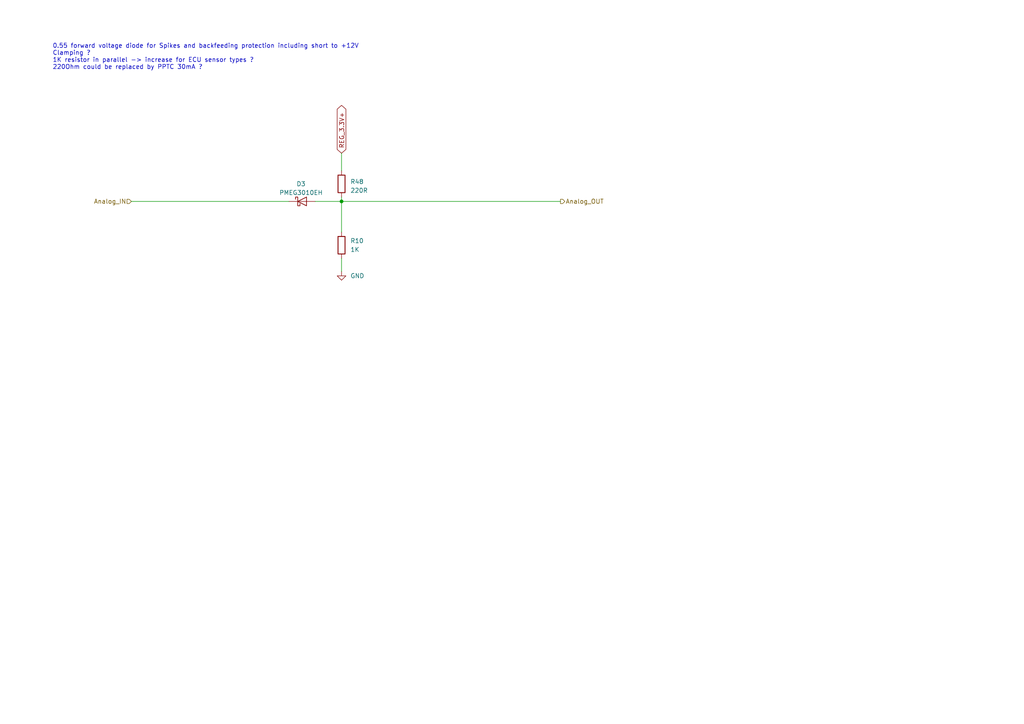
<source format=kicad_sch>
(kicad_sch (version 20230121) (generator eeschema)
  (paper "A4")
  (lib_symbols
    (symbol "Device:R" (pin_numbers hide) (pin_names (offset 0))
      (property "Reference" "R" (at 2.032 0 90))
      (property "Value" "R" (at 0 0 90))
      (symbol "R_0_1"
        (rectangle (start -1.016 -2.54) (end 1.016 2.54) (stroke (width 0.254)))
      )
      (symbol "R_1_1"
        (pin passive line (at 0 3.81 270) (length 1.27) (name "~") (number "1"))
        (pin passive line (at 0 -3.81 90) (length 1.27) (name "~") (number "2"))
      )
    )
    (symbol "Diode:PMEG3010EH" (pin_numbers hide) (pin_names hide)
      (property "Reference" "D" (at 0 2.54 0))
      (property "Value" "PMEG3010EH" (at 0 -2.54 0))
      (symbol "PMEG3010EH_0_1"
        (polyline (pts (xy 1.27 0) (xy -1.27 0)))
        (polyline (pts (xy 1.27 1.27) (xy 1.27 -1.27) (xy -1.27 0) (xy 1.27 1.27)) (stroke (width 0.2032)))
        (polyline (pts (xy -1.905 0.635) (xy -1.905 1.27) (xy -1.27 1.27) (xy -1.27 -1.27) (xy -0.635 -1.27) (xy -0.635 -0.635)) (stroke (width 0.2032)))
      )
      (symbol "PMEG3010EH_1_1"
        (pin passive line (at -3.81 0 0) (length 2.54) (name "K") (number "1"))
        (pin passive line (at 3.81 0 180) (length 2.54) (name "A") (number "2"))
      )
    )
    (symbol "power:GND" (power) (pin_names (offset 0))
      (property "Value" "GND" (at 0 -3.81 0))
      (symbol "GND_0_1"
        (polyline (pts (xy 0 0) (xy 0 -1.27) (xy 1.27 -1.27) (xy 0 -2.54) (xy -1.27 -1.27) (xy 0 -1.27)))
      )
      (symbol "GND_1_1"
        (pin power_in line (at 0 0 270) (length 0) hide (name "GND") (number "1"))
      )
    )
  )
  (junction (at 99.06 58.42))
  (wire (pts (xy 99.06 44.45) (xy 99.06 49.53)))
  (wire (pts (xy 99.06 74.93) (xy 99.06 78.74)))
  (wire (pts (xy 99.06 58.42) (xy 91.44 58.42)))
  (wire (pts (xy 99.06 67.31) (xy 99.06 58.42)))
  (wire (pts (xy 99.06 58.42) (xy 162.56 58.42)))
  (wire (pts (xy 83.82 58.42) (xy 38.1 58.42)))
  (wire (pts (xy 99.06 57.15) (xy 99.06 58.42)))
  (text "0.55 forward voltage diode for Spikes and backfeeding protection including short to +12V\nClamping ?\n1K resistor in parallel -> increase for ECU sensor types ?\n220Ohm could be replaced by PPTC 30mA ?" (at 15.24 20.32 0) (effects (font (size 1.27 1.27)) (justify left bottom)))
  (global_label "REG_3.3V+" (shape bidirectional) (at 99.06 44.45 90) (property "Intersheetrefs" "${INTERSHEET_REFS}" (effects hide)))
  (hierarchical_label "Analog_OUT" (shape output) (at 162.56 58.42 0))
  (hierarchical_label "Analog_IN" (shape input) (at 38.1 58.42 180))
  (symbol (lib_id "Diode:PMEG3010EH") (at 87.63 58.42 0) (unit 1)
    (property "Reference" "D3" (at 87.3125 53.34 0))
    (property "Value" "PMEG3010EH" (at 87.3125 55.88 0))
    (property "Footprint" "Diode_SMD:D_SOD-123F" (effects hide))
    (property "Datasheet" "https://assets.nexperia.com/documents/data-sheet/PMEG3010EH_EJ_ET.pdf" (effects hide))
    (instances (project "VXDash" (path "" (reference "D3") (unit 1)) (path "" (reference "D4") (unit 1)) (path "" (reference "D5") (unit 1)) (path "" (reference "D6") (unit 1)) (path "" (reference "D7") (unit 1)) (path "" (reference "D9") (unit 1))))
  )
  (symbol (lib_id "Device:R") (at 99.06 53.34 0) (unit 1)
    (property "Reference" "R48" (at 101.6 52.705 0) (effects (justify left)))
    (property "Value" "220R" (at 101.6 55.245 0) (effects (justify left)))
    (instances (project "VXDash" (path "" (reference "R48") (unit 1)) (path "" (reference "R50") (unit 1)) (path "" (reference "R52") (unit 1)) (path "" (reference "R54") (unit 1)) (path "" (reference "R56") (unit 1)) (path "" (reference "R60") (unit 1))))
  )
  (symbol (lib_id "power:GND") (at 99.06 78.74 0) (unit 1)
    (property "Reference" "#PWR07" (effects hide))
    (property "Value" "GND" (at 101.6 80.0099 0) (effects (justify left)))
    (instances (project "DashSpy" (path "" (reference "#PWR07") (unit 1))) (project "VXDash" (path "" (reference "#PWR09") (unit 1)) (path "" (reference "#PWR058") (unit 1)) (path "" (reference "#PWR059") (unit 1)) (path "" (reference "#PWR060") (unit 1)) (path "" (reference "#PWR061") (unit 1)) (path "" (reference "#PWR062") (unit 1)) (path "" (reference "#PWR064") (unit 1))))
  )
  (symbol (lib_id "Device:R") (at 99.06 71.12 0) (unit 1)
    (property "Reference" "R10" (at 101.6 69.8499 0) (effects (justify left)))
    (property "Value" "1K" (at 101.6 72.3899 0) (effects (justify left)))
    (property "Footprint" "Resistor_SMD:R_0805_2012Metric" (effects hide))
    (property "Datasheet" "https://www.seielect.com/Catalog/SEI-RMCF_RMCP.pdf" (effects hide))
    (property "Manufacturer_Name" "Stackpole Electronics Inc" (effects hide))
    (property "Manufacturer_Part_Number" "RMCF0805FT1K00" (effects hide))
    (property "Description" "RES 1K OHM 1% 1/8W 0805" (effects hide))
    (instances (project "DashSpy" (path "" (reference "R10") (unit 1)) (path "" (reference "R25") (unit 1)) (path "" (reference "R28") (unit 1)) (path "" (reference "R31") (unit 1)) (path "" (reference "R34") (unit 1)) (path "" (reference "R37") (unit 1)) (path "" (reference "R40") (unit 1)) (path "" (reference "R43") (unit 1)) (path "" (reference "R46") (unit 1)) (path "" (reference "R49") (unit 1)) (path "" (reference "R52") (unit 1))) (project "VXDash" (path "" (reference "R2") (unit 1)) (path "" (reference "R4") (unit 1)) (path "" (reference "R11") (unit 1)) (path "" (reference "R13") (unit 1)) (path "" (reference "R15") (unit 1)) (path "" (reference "R17") (unit 1)) (path "" (reference "R19") (unit 1)) (path "" (reference "R21") (unit 1)) (path "" (reference "R23") (unit 1)) (path "" (reference "R25") (unit 1)) (path "" (reference "R49") (unit 1)) (path "" (reference "R51") (unit 1)) (path "" (reference "R53") (unit 1)) (path "" (reference "R55") (unit 1)) (path "" (reference "R57") (unit 1)) (path "" (reference "R61") (unit 1))))
  )
)
</source>
